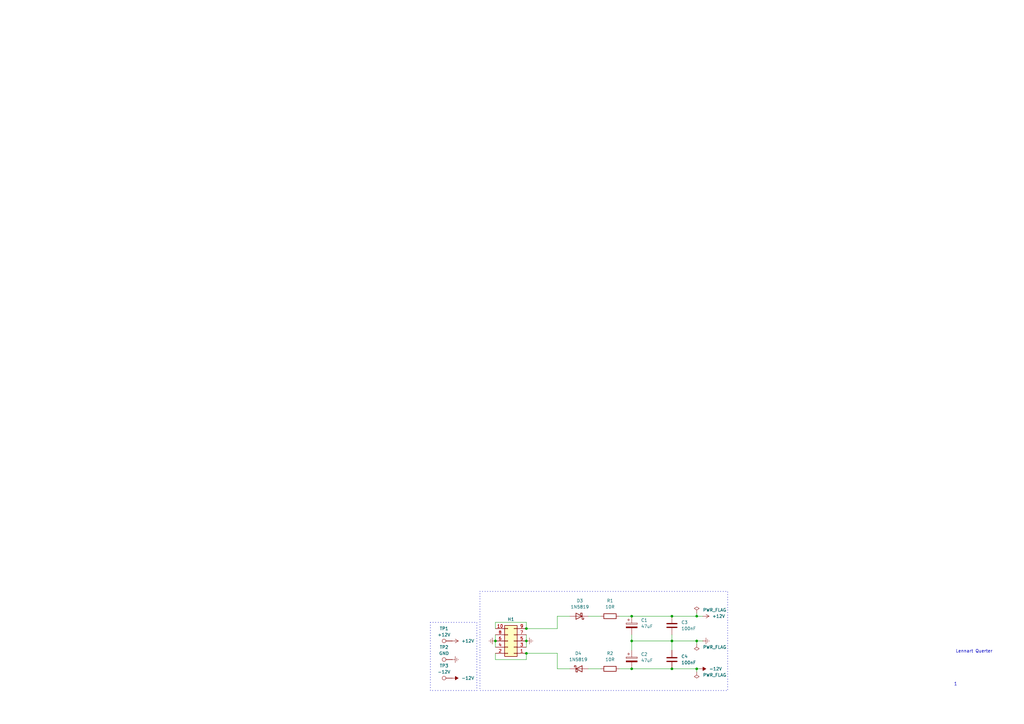
<source format=kicad_sch>
(kicad_sch (version 20231120) (generator "eeschema") (generator_version "8.0")
  (paper "A3")
  (lib_symbols
    (symbol "Connector:TestPoint" (pin_numbers hide) (pin_names (offset 0.762) hide)
      (property "Reference" "TP" (at 0 6.858 0))
      (property "Value" "TestPoint" (at 0 5.08 0))
      (symbol "TestPoint_0_1"
        (circle (center 0 3.302) (radius 0.762))
      )
      (symbol "TestPoint_1_1"
        (pin passive line (at 0 0 90) (length 2.54) (name "1") (number "1"))
      )
    )
    (symbol "Device:C" (pin_numbers hide) (pin_names (offset 0.254))
      (property "Reference" "C" (at 0.635 2.54 0))
      (property "Value" "C" (at 0.635 -2.54 0))
      (symbol "C_0_1"
        (polyline (pts (xy -2.032 -0.762) (xy 2.032 -0.762)) (stroke (width 0.508)))
        (polyline (pts (xy -2.032 0.762) (xy 2.032 0.762)) (stroke (width 0.508)))
      )
      (symbol "C_1_1"
        (pin passive line (at 0 3.81 270) (length 2.794) (name "~") (number "1"))
        (pin passive line (at 0 -3.81 90) (length 2.794) (name "~") (number "2"))
      )
    )
    (symbol "Device:C_Polarized" (pin_numbers hide) (pin_names (offset 0.254))
      (property "Reference" "C" (at 0.635 2.54 0))
      (property "Value" "C_Polarized" (at 0.635 -2.54 0))
      (symbol "C_Polarized_0_1"
        (rectangle (start -2.286 0.508) (end 2.286 1.016))
        (polyline (pts (xy -1.778 2.286) (xy -0.762 2.286)))
        (polyline (pts (xy -1.27 2.794) (xy -1.27 1.778)))
        (rectangle (start 2.286 -0.508) (end -2.286 -1.016) (fill (type outline)))
      )
      (symbol "C_Polarized_1_1"
        (pin passive line (at 0 3.81 270) (length 2.794) (name "~") (number "1"))
        (pin passive line (at 0 -3.81 90) (length 2.794) (name "~") (number "2"))
      )
    )
    (symbol "Device:R" (pin_numbers hide) (pin_names (offset 0))
      (property "Reference" "R" (at 2.032 0 90))
      (property "Value" "R" (at 0 0 90))
      (symbol "R_0_1"
        (rectangle (start -1.016 -2.54) (end 1.016 2.54) (stroke (width 0.254)))
      )
      (symbol "R_1_1"
        (pin passive line (at 0 3.81 270) (length 1.27) (name "~") (number "1"))
        (pin passive line (at 0 -3.81 90) (length 1.27) (name "~") (number "2"))
      )
    )
    (symbol "power:+12V" (power) (pin_numbers hide) (pin_names (offset 0) hide)
      (property "Value" "+12V" (at 0 3.556 0))
      (symbol "+12V_0_1"
        (polyline (pts (xy -0.762 1.27) (xy 0 2.54)))
        (polyline (pts (xy 0 0) (xy 0 2.54)))
        (polyline (pts (xy 0 2.54) (xy 0.762 1.27)))
      )
      (symbol "+12V_1_1"
        (pin power_in line (at 0 0 90) (length 0) (name "~") (number "1"))
      )
    )
    (symbol "power:-12V" (power) (pin_numbers hide) (pin_names (offset 0) hide)
      (property "Value" "-12V" (at 0 3.556 0))
      (symbol "-12V_0_0"
        (pin power_in line (at 0 0 90) (length 0) (name "~") (number "1"))
      )
      (symbol "-12V_0_1"
        (polyline (pts (xy 0 0) (xy 0 1.27) (xy 0.762 1.27) (xy 0 2.54) (xy -0.762 1.27) (xy 0 1.27)) (fill (type outline)))
      )
    )
    (symbol "power:GNDREF" (power) (pin_numbers hide) (pin_names (offset 0) hide)
      (property "Value" "GNDREF" (at 0 -3.81 0))
      (symbol "GNDREF_0_1"
        (polyline (pts (xy -0.635 -1.905) (xy 0.635 -1.905)))
        (polyline (pts (xy -0.127 -2.54) (xy 0.127 -2.54)))
        (polyline (pts (xy 0 -1.27) (xy 0 0)))
        (polyline (pts (xy 1.27 -1.27) (xy -1.27 -1.27)))
      )
      (symbol "GNDREF_1_1"
        (pin power_in line (at 0 0 270) (length 0) (name "~") (number "1"))
      )
    )
    (symbol "power:PWR_FLAG" (power) (pin_numbers hide) (pin_names (offset 0) hide)
      (property "Value" "PWR_FLAG" (at 0 3.81 0))
      (symbol "PWR_FLAG_0_0"
        (pin power_out line (at 0 0 90) (length 0) (name "~") (number "1"))
      )
      (symbol "PWR_FLAG_0_1"
        (polyline (pts (xy 0 0) (xy 0 1.27) (xy -1.016 1.905) (xy 0 2.54) (xy 1.016 1.905) (xy 0 1.27)))
      )
    )
    (symbol "synth:Conn_02x05_EuroRack_Power" (pin_names (offset 1.016) hide)
      (property "Reference" "H13" (at 0 -11.43 0))
      (property "Value" "Conn_02x05_PWR_Eurorack" (at 0 -8.89 0))
      (symbol "Conn_02x05_EuroRack_Power_1_1"
        (rectangle (start -2.54 -4.953) (end -1.27 -5.207) (stroke (width 0.1524)))
        (rectangle (start -2.54 -2.413) (end -1.27 -2.667) (stroke (width 0.1524)))
        (rectangle (start -2.54 0.127) (end -1.27 -0.127) (stroke (width 0.1524)))
        (rectangle (start -2.54 2.667) (end -1.27 2.413) (stroke (width 0.1524)))
        (rectangle (start -2.54 5.207) (end -1.27 4.953) (stroke (width 0.1524)))
        (rectangle (start -2.54 6.35) (end 2.54 -6.35) (stroke (width 0.254)) (fill (type background)))
        (rectangle (start 2.54 -4.953) (end 1.27 -5.207) (stroke (width 0.1524)))
        (rectangle (start 2.54 -2.413) (end 1.27 -2.667) (stroke (width 0.1524)))
        (rectangle (start 2.54 0.127) (end 1.27 -0.127) (stroke (width 0.1524)))
        (rectangle (start 2.54 2.667) (end 1.27 2.413) (stroke (width 0.1524)))
        (rectangle (start 2.54 5.207) (end 1.27 4.953) (stroke (width 0.1524)))
        (pin passive line (at -6.35 5.08 0) (length 3.81) (name "Pin_1") (number "1"))
        (pin passive line (at 6.35 -5.08 180) (length 3.81) (name "Pin_10") (number "10"))
        (pin passive line (at 6.35 5.08 180) (length 3.81) (name "Pin_2") (number "2"))
        (pin passive line (at -6.35 2.54 0) (length 3.81) (name "Pin_3") (number "3"))
        (pin passive line (at 6.35 2.54 180) (length 3.81) (name "Pin_4") (number "4"))
        (pin passive line (at -6.35 0 0) (length 3.81) (name "Pin_5") (number "5"))
        (pin passive line (at 6.35 0 180) (length 3.81) (name "Pin_6") (number "6"))
        (pin passive line (at -6.35 -2.54 0) (length 3.81) (name "Pin_7") (number "7"))
        (pin passive line (at 6.35 -2.54 180) (length 3.81) (name "Pin_8") (number "8"))
        (pin passive line (at -6.35 -5.08 0) (length 3.81) (name "Pin_9") (number "9"))
      )
    )
    (symbol "synth:D_Schottky (1N5819)" (pin_numbers hide) (pin_names (offset 1.016) hide)
      (property "Reference" "D" (at 0 2.54 0))
      (property "Value" "1N5819" (at 0 -2.54 0))
      (symbol "D_Schottky (1N5819)_0_1"
        (polyline (pts (xy 1.27 0) (xy -1.27 0)))
        (polyline (pts (xy 1.27 1.27) (xy 1.27 -1.27) (xy -1.27 0) (xy 1.27 1.27)) (stroke (width 0.254)))
        (polyline (pts (xy -1.905 0.635) (xy -1.905 1.27) (xy -1.27 1.27) (xy -1.27 -1.27) (xy -0.635 -1.27) (xy -0.635 -0.635)) (stroke (width 0.254)))
      )
      (symbol "D_Schottky (1N5819)_1_1"
        (pin passive line (at -3.81 0 0) (length 2.54) (name "K") (number "1"))
        (pin passive line (at 3.81 0 180) (length 2.54) (name "A") (number "2"))
      )
    )
  )
  (junction (at 259.08 262.89))
  (junction (at 215.9 257.81))
  (junction (at 285.75 274.32))
  (junction (at 275.59 262.89))
  (junction (at 203.2 262.89))
  (junction (at 285.75 252.73))
  (junction (at 275.59 274.32))
  (junction (at 259.08 252.73))
  (junction (at 215.9 262.89))
  (junction (at 215.9 267.97))
  (junction (at 259.08 274.32))
  (junction (at 285.75 262.89))
  (junction (at 275.59 252.73))
  (wire (pts (xy 215.9 270.51) (xy 215.9 267.97)))
  (wire (pts (xy 228.6 252.73) (xy 233.68 252.73)))
  (wire (pts (xy 215.9 255.27) (xy 203.2 255.27)))
  (wire (pts (xy 215.9 257.81) (xy 215.9 255.27)))
  (wire (pts (xy 215.9 260.35) (xy 215.9 262.89)))
  (wire (pts (xy 228.6 267.97) (xy 228.6 274.32)))
  (wire (pts (xy 228.6 274.32) (xy 233.68 274.32)))
  (wire (pts (xy 259.08 274.32) (xy 275.59 274.32)))
  (wire (pts (xy 275.59 274.32) (xy 285.75 274.32)))
  (wire (pts (xy 275.59 262.89) (xy 285.75 262.89)))
  (wire (pts (xy 203.2 267.97) (xy 203.2 270.51)))
  (wire (pts (xy 241.3 274.32) (xy 246.38 274.32)))
  (wire (pts (xy 215.9 262.89) (xy 215.9 265.43)))
  (wire (pts (xy 259.08 260.35) (xy 259.08 262.89)))
  (wire (pts (xy 285.75 274.32) (xy 287.02 274.32)))
  (wire (pts (xy 285.75 264.16) (xy 285.75 262.89)))
  (wire (pts (xy 259.08 252.73) (xy 275.59 252.73)))
  (wire (pts (xy 203.2 260.35) (xy 203.2 262.89)))
  (wire (pts (xy 285.75 262.89) (xy 288.29 262.89)))
  (wire (pts (xy 228.6 252.73) (xy 228.6 257.81)))
  (wire (pts (xy 241.3 252.73) (xy 246.38 252.73)))
  (wire (pts (xy 259.08 262.89) (xy 259.08 266.7)))
  (wire (pts (xy 215.9 267.97) (xy 228.6 267.97)))
  (wire (pts (xy 254 274.32) (xy 259.08 274.32)))
  (wire (pts (xy 275.59 252.73) (xy 285.75 252.73)))
  (wire (pts (xy 254 252.73) (xy 259.08 252.73)))
  (wire (pts (xy 285.75 275.59) (xy 285.75 274.32)))
  (wire (pts (xy 285.75 252.73) (xy 288.29 252.73)))
  (wire (pts (xy 203.2 262.89) (xy 203.2 265.43)))
  (wire (pts (xy 203.2 270.51) (xy 215.9 270.51)))
  (wire (pts (xy 259.08 262.89) (xy 275.59 262.89)))
  (wire (pts (xy 275.59 262.89) (xy 275.59 266.7)))
  (wire (pts (xy 228.6 257.81) (xy 215.9 257.81)))
  (wire (pts (xy 275.59 260.35) (xy 275.59 262.89)))
  (wire (pts (xy 203.2 255.27) (xy 203.2 257.81)))
  (wire (pts (xy 285.75 251.46) (xy 285.75 252.73)))
  (rectangle (start 176.53 255.27) (end 195.58 283.21) (stroke (width 0.254) (type dot)))
  (rectangle (start 196.85 242.57) (end 298.45 283.21) (stroke (width 0.25) (type dot)))
  (text "Lennart Querter" (at 399.542 267.208 0) (effects (font (size 1.27 1.27))))
  (text "1" (at 391.922 280.67 0) (effects (font (size 1.27 1.27))))
  (symbol (lib_id "power:-12V") (at 287.02 274.32 270) (unit 1)
    (property "Reference" "#PWR09" (effects (hide yes)))
    (property "Value" "-12V" (at 290.83 274.3199 90) (effects (justify left)))
    (property "Description" "Power symbol creates a global label with name \"-12V\"" (effects (hide yes)))
  )
  (symbol (lib_id "Device:C") (at 275.59 270.51 0) (unit 1)
    (property "Reference" "C4" (at 279.4 269.2399 0) (effects (justify left)))
    (property "Value" "100nF" (at 279.4 271.7799 0) (effects (justify left)))
    (property "Footprint" "Capacitor_THT:C_Disc_D5.0mm_W2.5mm_P5.00mm" (effects (hide yes)))
    (property "Description" "Unpolarized capacitor" (effects (hide yes)))
  )
  (symbol (lib_id "Device:R") (at 250.19 274.32 90) (unit 1)
    (property "Reference" "R2" (at 250.19 267.97 90))
    (property "Value" "10R" (at 250.19 270.51 90))
    (property "Footprint" "Resistor_THT:R_Axial_DIN0207_L6.3mm_D2.5mm_P7.62mm_Horizontal" (effects (hide yes)))
    (property "Description" "Resistor" (effects (hide yes)))
  )
  (symbol (lib_id "power:PWR_FLAG") (at 285.75 251.46 0) (unit 1) (exclude_from_sim yes) (in_bom no)
    (property "Reference" "#FLG01" (effects (hide yes)))
    (property "Value" "PWR_FLAG" (at 288.29 250.1899 0) (effects (justify left)))
    (property "Description" "Special symbol for telling ERC where power comes from" (effects (hide yes)))
  )
  (symbol (lib_id "Connector:TestPoint") (at 185.42 262.89 90) (unit 1) (in_bom no)
    (property "Reference" "TP1" (at 182.118 257.81 90))
    (property "Value" "+12V" (at 182.118 260.35 90))
    (property "Footprint" "Connector_Pin:Pin_D1.0mm_L10.0mm" (effects (hide yes)))
    (property "Description" "test point" (effects (hide yes)))
  )
  (symbol (lib_id "power:PWR_FLAG") (at 285.75 264.16 180) (unit 1) (exclude_from_sim yes) (in_bom no)
    (property "Reference" "#FLG02" (effects (hide yes)))
    (property "Value" "PWR_FLAG" (at 288.29 265.4299 0) (effects (justify right)))
    (property "Description" "Special symbol for telling ERC where power comes from" (effects (hide yes)))
  )
  (symbol (lib_id "Device:C_Polarized") (at 259.08 270.51 0) (unit 1)
    (property "Reference" "C2" (at 262.89 268.3509 0) (effects (justify left)))
    (property "Value" "47uF" (at 262.89 270.8909 0) (effects (justify left)))
    (property "Footprint" "Capacitor_THT:CP_Radial_D6.3mm_P2.50mm" (effects (hide yes)))
    (property "Description" "Polarized capacitor" (effects (hide yes)))
  )
  (symbol (lib_id "power:GNDREF") (at 288.29 262.89 90) (unit 1)
    (property "Reference" "#PWR011" (effects (hide yes)))
    (property "Value" "GNDREF" (effects (hide yes)))
    (property "Description" "Power symbol creates a global label with name \"GNDREF\" , reference supply ground" (effects (hide yes)))
  )
  (symbol (lib_id "synth:Conn_02x05_EuroRack_Power") (at 209.55 262.89 180) (unit 1)
    (property "Reference" "H1" (at 209.55 254 0))
    (property "Value" "Conn_02x05_PWR_Eurorack" (effects (hide yes)))
    (property "Footprint" "Synth:IDC-Header_2x05_P2.54mm_Vertical" (effects (hide yes)))
  )
  (symbol (lib_id "Device:C_Polarized") (at 259.08 256.54 0) (unit 1)
    (property "Reference" "C1" (at 262.89 254.3809 0) (effects (justify left)))
    (property "Value" "47uF" (at 262.89 256.9209 0) (effects (justify left)))
    (property "Footprint" "Capacitor_THT:CP_Radial_D6.3mm_P2.50mm" (effects (hide yes)))
    (property "Description" "Polarized capacitor" (effects (hide yes)))
  )
  (symbol (lib_id "power:GNDREF") (at 215.9 262.89 90) (unit 1)
    (property "Reference" "#PWR08" (effects (hide yes)))
    (property "Value" "GNDREF" (effects (hide yes)))
    (property "Description" "Power symbol creates a global label with name \"GNDREF\" , reference supply ground" (effects (hide yes)))
  )
  (symbol (lib_id "power:GNDREF") (at 185.42 270.51 90) (unit 1)
    (property "Reference" "#PWR024" (effects (hide yes)))
    (property "Value" "GNDREF" (effects (hide yes)))
    (property "Description" "Power symbol creates a global label with name \"GNDREF\" , reference supply ground" (effects (hide yes)))
  )
  (symbol (lib_id "power:GNDREF") (at 203.2 262.89 270) (unit 1)
    (property "Reference" "#PWR07" (effects (hide yes)))
    (property "Value" "GNDREF" (effects (hide yes)))
    (property "Description" "Power symbol creates a global label with name \"GNDREF\" , reference supply ground" (effects (hide yes)))
  )
  (symbol (lib_id "Connector:TestPoint") (at 185.42 278.13 90) (unit 1) (in_bom no)
    (property "Reference" "TP3" (at 182.118 273.05 90))
    (property "Value" "-12V" (at 182.118 275.59 90))
    (property "Footprint" "Connector_Pin:Pin_D1.0mm_L10.0mm" (effects (hide yes)))
    (property "Description" "test point" (effects (hide yes)))
  )
  (symbol (lib_id "power:-12V") (at 185.42 278.13 270) (unit 1)
    (property "Reference" "#PWR025" (effects (hide yes)))
    (property "Value" "-12V" (at 189.23 278.1299 90) (effects (justify left)))
    (property "Description" "Power symbol creates a global label with name \"-12V\"" (effects (hide yes)))
  )
  (symbol (lib_id "power:+12V") (at 185.42 262.89 270) (unit 1)
    (property "Reference" "#PWR023" (effects (hide yes)))
    (property "Value" "+12V" (at 189.23 262.8899 90) (effects (justify left)))
    (property "Description" "Power symbol creates a global label with name \"+12V\"" (effects (hide yes)))
  )
  (symbol (lib_id "power:+12V") (at 288.29 252.73 270) (unit 1)
    (property "Reference" "#PWR010" (effects (hide yes)))
    (property "Value" "+12V" (at 292.1 252.7299 90) (effects (justify left)))
    (property "Description" "Power symbol creates a global label with name \"+12V\"" (effects (hide yes)))
  )
  (symbol (lib_id "Device:C") (at 275.59 256.54 0) (unit 1)
    (property "Reference" "C3" (at 279.4 255.2699 0) (effects (justify left)))
    (property "Value" "100nF" (at 279.4 257.8099 0) (effects (justify left)))
    (property "Footprint" "Capacitor_THT:C_Disc_D5.0mm_W2.5mm_P5.00mm" (effects (hide yes)))
    (property "Description" "Unpolarized capacitor" (effects (hide yes)))
  )
  (symbol (lib_id "Device:R") (at 250.19 252.73 90) (unit 1)
    (property "Reference" "R1" (at 250.19 246.38 90))
    (property "Value" "10R" (at 250.19 248.92 90))
    (property "Footprint" "Resistor_THT:R_Axial_DIN0207_L6.3mm_D2.5mm_P7.62mm_Horizontal" (effects (hide yes)))
    (property "Description" "Resistor" (effects (hide yes)))
  )
  (symbol (lib_id "Connector:TestPoint") (at 185.42 270.51 90) (unit 1) (in_bom no)
    (property "Reference" "TP2" (at 182.118 265.43 90))
    (property "Value" "GND" (at 182.118 267.97 90))
    (property "Footprint" "Connector_Pin:Pin_D1.0mm_L10.0mm" (effects (hide yes)))
    (property "Description" "test point" (effects (hide yes)))
  )
  (symbol (lib_id "synth:D_Schottky (1N5819)") (at 237.49 274.32 0) (unit 1)
    (property "Reference" "D4" (at 237.1725 267.97 0))
    (property "Value" "1N5819" (at 237.1725 270.51 0))
    (property "Footprint" "Synth:D_DO-41_SOD81_P10.16mm_Horizontal" (effects (hide yes)))
    (property "Datasheet" "http://www.vishay.com/docs/88525/1n5817.pdf" (effects (hide yes)))
    (property "Description" "40V 1A Schottky Barrier Rectifier Diode, DO-41" (effects (hide yes)))
  )
  (symbol (lib_id "power:PWR_FLAG") (at 285.75 275.59 180) (unit 1) (exclude_from_sim yes) (in_bom no)
    (property "Reference" "#FLG03" (effects (hide yes)))
    (property "Value" "PWR_FLAG" (at 288.29 276.8599 0) (effects (justify right)))
    (property "Description" "Special symbol for telling ERC where power comes from" (effects (hide yes)))
  )
  (symbol (lib_id "synth:D_Schottky (1N5819)") (at 237.49 252.73 180) (unit 1)
    (property "Reference" "D3" (at 237.8075 246.38 0))
    (property "Value" "1N5819" (at 237.8075 248.92 0))
    (property "Footprint" "Synth:D_DO-41_SOD81_P10.16mm_Horizontal" (effects (hide yes)))
    (property "Datasheet" "http://www.vishay.com/docs/88525/1n5817.pdf" (effects (hide yes)))
    (property "Description" "40V 1A Schottky Barrier Rectifier Diode, DO-41" (effects (hide yes)))
  )
)
</source>
